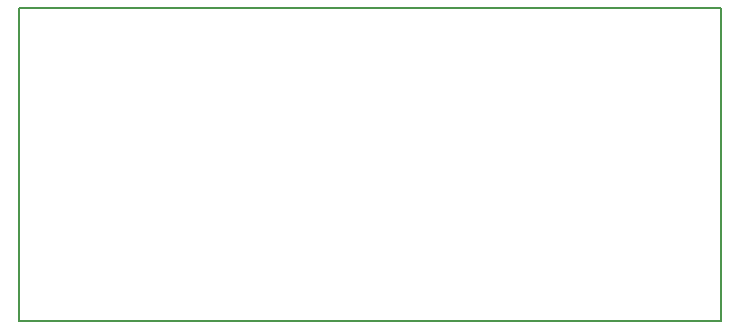
<source format=gbr>
G04 #@! TF.FileFunction,Profile,NP*
%FSLAX46Y46*%
G04 Gerber Fmt 4.6, Leading zero omitted, Abs format (unit mm)*
G04 Created by KiCad (PCBNEW 4.0.7-e2-6376~58~ubuntu14.04.1) date Wed Mar  7 22:27:56 2018*
%MOMM*%
%LPD*%
G01*
G04 APERTURE LIST*
%ADD10C,0.100000*%
%ADD11C,0.150000*%
G04 APERTURE END LIST*
D10*
D11*
X59500000Y26500000D02*
X59500000Y0D01*
X0Y26500000D02*
X59500000Y26500000D01*
X0Y0D02*
X0Y26500000D01*
X59500000Y0D02*
X0Y0D01*
M02*

</source>
